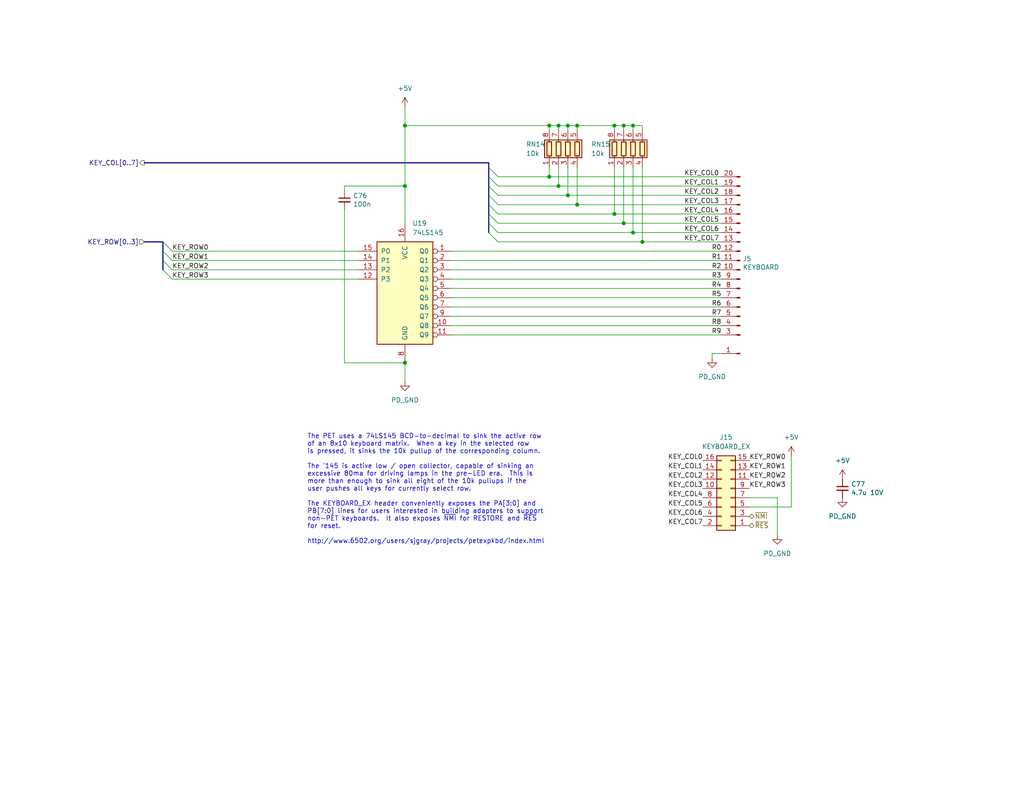
<source format=kicad_sch>
(kicad_sch (version 20211123) (generator eeschema)
  (paper "A")
  (title_block (title "EconoPET 40/8096") (date "2023-11-21") (rev "B"))
  (lib_symbols
    (symbol "74xx:74LS145" (pin_names (offset 1.016))
      (property "Reference" "U" (at -7.62 13.97 0))
      (property "Value" "74LS145" (at -7.62 -16.51 0))
      (symbol "74LS145_1_0"
        (pin open_collector inverted (at 12.7 10.16 180) (length 5.08) (name "Q0") (number "1"))
        (pin open_collector inverted (at 12.7 -10.16 180) (length 5.08) (name "Q8") (number "10"))
        (pin open_collector inverted (at 12.7 -12.7 180) (length 5.08) (name "Q9") (number "11"))
        (pin input line (at -12.7 2.54 0) (length 5.08) (name "P3") (number "12"))
        (pin input line (at -12.7 5.08 0) (length 5.08) (name "P2") (number "13"))
        (pin input line (at -12.7 7.62 0) (length 5.08) (name "P1") (number "14"))
        (pin input line (at -12.7 10.16 0) (length 5.08) (name "P0") (number "15"))
        (pin power_in line (at 0 17.78 270) (length 5.08) (name "VCC") (number "16"))
        (pin open_collector inverted (at 12.7 7.62 180) (length 5.08) (name "Q1") (number "2"))
        (pin open_collector inverted (at 12.7 5.08 180) (length 5.08) (name "Q2") (number "3"))
        (pin open_collector inverted (at 12.7 2.54 180) (length 5.08) (name "Q3") (number "4"))
        (pin open_collector inverted (at 12.7 0 180) (length 5.08) (name "Q4") (number "5"))
        (pin open_collector inverted (at 12.7 -2.54 180) (length 5.08) (name "Q5") (number "6"))
        (pin open_collector inverted (at 12.7 -5.08 180) (length 5.08) (name "Q6") (number "7"))
        (pin power_in line (at 0 -20.32 90) (length 5.08) (name "GND") (number "8"))
        (pin open_collector inverted (at 12.7 -7.62 180) (length 5.08) (name "Q7") (number "9"))
      )
      (symbol "74LS145_1_1"
        (rectangle (start -7.62 12.7) (end 7.62 -15.24) (stroke (width 0.254)) (fill (type background)))
      )
    )
    (symbol "Connector_Generic:Conn_02x08_Odd_Even" (pin_names (offset 1.016) hide)
      (property "Reference" "J" (at 1.27 10.16 0))
      (property "Value" "Conn_02x08_Odd_Even" (at 1.27 -12.7 0))
      (symbol "Conn_02x08_Odd_Even_1_1"
        (rectangle (start -1.27 -10.033) (end 0 -10.287) (stroke (width 0.1524)))
        (rectangle (start -1.27 -7.493) (end 0 -7.747) (stroke (width 0.1524)))
        (rectangle (start -1.27 -4.953) (end 0 -5.207) (stroke (width 0.1524)))
        (rectangle (start -1.27 -2.413) (end 0 -2.667) (stroke (width 0.1524)))
        (rectangle (start -1.27 0.127) (end 0 -0.127) (stroke (width 0.1524)))
        (rectangle (start -1.27 2.667) (end 0 2.413) (stroke (width 0.1524)))
        (rectangle (start -1.27 5.207) (end 0 4.953) (stroke (width 0.1524)))
        (rectangle (start -1.27 7.747) (end 0 7.493) (stroke (width 0.1524)))
        (rectangle (start -1.27 8.89) (end 3.81 -11.43) (stroke (width 0.254)) (fill (type background)))
        (rectangle (start 3.81 -10.033) (end 2.54 -10.287) (stroke (width 0.1524)))
        (rectangle (start 3.81 -7.493) (end 2.54 -7.747) (stroke (width 0.1524)))
        (rectangle (start 3.81 -4.953) (end 2.54 -5.207) (stroke (width 0.1524)))
        (rectangle (start 3.81 -2.413) (end 2.54 -2.667) (stroke (width 0.1524)))
        (rectangle (start 3.81 0.127) (end 2.54 -0.127) (stroke (width 0.1524)))
        (rectangle (start 3.81 2.667) (end 2.54 2.413) (stroke (width 0.1524)))
        (rectangle (start 3.81 5.207) (end 2.54 4.953) (stroke (width 0.1524)))
        (rectangle (start 3.81 7.747) (end 2.54 7.493) (stroke (width 0.1524)))
        (pin passive line (at -5.08 7.62 0) (length 3.81) (name "Pin_1") (number "1"))
        (pin passive line (at 7.62 -2.54 180) (length 3.81) (name "Pin_10") (number "10"))
        (pin passive line (at -5.08 -5.08 0) (length 3.81) (name "Pin_11") (number "11"))
        (pin passive line (at 7.62 -5.08 180) (length 3.81) (name "Pin_12") (number "12"))
        (pin passive line (at -5.08 -7.62 0) (length 3.81) (name "Pin_13") (number "13"))
        (pin passive line (at 7.62 -7.62 180) (length 3.81) (name "Pin_14") (number "14"))
        (pin passive line (at -5.08 -10.16 0) (length 3.81) (name "Pin_15") (number "15"))
        (pin passive line (at 7.62 -10.16 180) (length 3.81) (name "Pin_16") (number "16"))
        (pin passive line (at 7.62 7.62 180) (length 3.81) (name "Pin_2") (number "2"))
        (pin passive line (at -5.08 5.08 0) (length 3.81) (name "Pin_3") (number "3"))
        (pin passive line (at 7.62 5.08 180) (length 3.81) (name "Pin_4") (number "4"))
        (pin passive line (at -5.08 2.54 0) (length 3.81) (name "Pin_5") (number "5"))
        (pin passive line (at 7.62 2.54 180) (length 3.81) (name "Pin_6") (number "6"))
        (pin passive line (at -5.08 0 0) (length 3.81) (name "Pin_7") (number "7"))
        (pin passive line (at 7.62 0 180) (length 3.81) (name "Pin_8") (number "8"))
        (pin passive line (at -5.08 -2.54 0) (length 3.81) (name "Pin_9") (number "9"))
      )
    )
    (symbol "Device:C_Small" (pin_numbers hide) (pin_names (offset 0.254) hide)
      (property "Reference" "C" (at 0.254 1.778 0))
      (property "Value" "C_Small" (at 0.254 -2.032 0))
      (symbol "C_Small_0_1"
        (polyline (pts (xy -1.524 -0.508) (xy 1.524 -0.508)) (stroke (width 0.3302)))
        (polyline (pts (xy -1.524 0.508) (xy 1.524 0.508)) (stroke (width 0.3048)))
      )
      (symbol "C_Small_1_1"
        (pin passive line (at 0 2.54 270) (length 2.032) (name "~") (number "1"))
        (pin passive line (at 0 -2.54 90) (length 2.032) (name "~") (number "2"))
      )
    )
    (symbol "Device:R_Pack04" (pin_names (offset 0) hide)
      (property "Reference" "RN" (at -7.62 0 90))
      (property "Value" "R_Pack04" (at 5.08 0 90))
      (symbol "R_Pack04_0_1"
        (rectangle (start -6.35 -2.413) (end 3.81 2.413) (stroke (width 0.254)) (fill (type background)))
        (rectangle (start -5.715 1.905) (end -4.445 -1.905) (stroke (width 0.254)))
        (rectangle (start -3.175 1.905) (end -1.905 -1.905) (stroke (width 0.254)))
        (rectangle (start -0.635 1.905) (end 0.635 -1.905) (stroke (width 0.254)))
        (polyline (pts (xy -5.08 -2.54) (xy -5.08 -1.905)))
        (polyline (pts (xy -5.08 1.905) (xy -5.08 2.54)))
        (polyline (pts (xy -2.54 -2.54) (xy -2.54 -1.905)))
        (polyline (pts (xy -2.54 1.905) (xy -2.54 2.54)))
        (polyline (pts (xy 0 -2.54) (xy 0 -1.905)))
        (polyline (pts (xy 0 1.905) (xy 0 2.54)))
        (polyline (pts (xy 2.54 -2.54) (xy 2.54 -1.905)))
        (polyline (pts (xy 2.54 1.905) (xy 2.54 2.54)))
        (rectangle (start 1.905 1.905) (end 3.175 -1.905) (stroke (width 0.254)))
      )
      (symbol "R_Pack04_1_1"
        (pin passive line (at -5.08 -5.08 90) (length 2.54) (name "R1.1") (number "1"))
        (pin passive line (at -2.54 -5.08 90) (length 2.54) (name "R2.1") (number "2"))
        (pin passive line (at 0 -5.08 90) (length 2.54) (name "R3.1") (number "3"))
        (pin passive line (at 2.54 -5.08 90) (length 2.54) (name "R4.1") (number "4"))
        (pin passive line (at 2.54 5.08 270) (length 2.54) (name "R4.2") (number "5"))
        (pin passive line (at 0 5.08 270) (length 2.54) (name "R3.2") (number "6"))
        (pin passive line (at -2.54 5.08 270) (length 2.54) (name "R2.2") (number "7"))
        (pin passive line (at -5.08 5.08 270) (length 2.54) (name "R1.2") (number "8"))
      )
    )
    (symbol "PET:PD_GND" (power) (pin_names (offset 0))
      (property "Value" "PD_GND" (at 0 -3.81 0))
      (symbol "PD_GND_0_1"
        (polyline (pts (xy 0 0) (xy 0 -1.27) (xy 1.27 -1.27) (xy 0 -2.54) (xy -1.27 -1.27) (xy 0 -1.27)))
      )
      (symbol "PD_GND_1_1"
        (pin power_in line (at 0 0 270) (length 0) hide (name "PD_GND") (number "1"))
      )
    )
    (symbol "Retrocomputing:CBM_PET_Keyboard_Conn_Keyed_20P" (pin_names (offset 1.016) hide)
      (property "Reference" "J" (at 0 25.4 0))
      (property "Value" "CBM_PET_Keyboard_Conn_Keyed_20P" (at 0 -27.94 0))
      (symbol "CBM_PET_Keyboard_Conn_Keyed_20P_1_1"
        (polyline (pts (xy 1.27 -25.4) (xy 0.8636 -25.4)) (stroke (width 0.1524)))
        (polyline (pts (xy 1.27 -22.86) (xy 0.8636 -22.86)) (stroke (width 0.1524)))
        (polyline (pts (xy 1.27 -20.32) (xy 0.8636 -20.32)) (stroke (width 0.1524)))
        (polyline (pts (xy 1.27 -17.78) (xy 0.8636 -17.78)) (stroke (width 0.1524)))
        (polyline (pts (xy 1.27 -15.24) (xy 0.8636 -15.24)) (stroke (width 0.1524)))
        (polyline (pts (xy 1.27 -12.7) (xy 0.8636 -12.7)) (stroke (width 0.1524)))
        (polyline (pts (xy 1.27 -10.16) (xy 0.8636 -10.16)) (stroke (width 0.1524)))
        (polyline (pts (xy 1.27 -7.62) (xy 0.8636 -7.62)) (stroke (width 0.1524)))
        (polyline (pts (xy 1.27 -5.08) (xy 0.8636 -5.08)) (stroke (width 0.1524)))
        (polyline (pts (xy 1.27 -2.54) (xy 0.8636 -2.54)) (stroke (width 0.1524)))
        (polyline (pts (xy 1.27 0) (xy 0.8636 0)) (stroke (width 0.1524)))
        (polyline (pts (xy 1.27 2.54) (xy 0.8636 2.54)) (stroke (width 0.1524)))
        (polyline (pts (xy 1.27 5.08) (xy 0.8636 5.08)) (stroke (width 0.1524)))
        (polyline (pts (xy 1.27 7.62) (xy 0.8636 7.62)) (stroke (width 0.1524)))
        (polyline (pts (xy 1.27 10.16) (xy 0.8636 10.16)) (stroke (width 0.1524)))
        (polyline (pts (xy 1.27 12.7) (xy 0.8636 12.7)) (stroke (width 0.1524)))
        (polyline (pts (xy 1.27 15.24) (xy 0.8636 15.24)) (stroke (width 0.1524)))
        (polyline (pts (xy 1.27 17.78) (xy 0.8636 17.78)) (stroke (width 0.1524)))
        (polyline (pts (xy 1.27 22.86) (xy 0.8636 22.86)) (stroke (width 0.1524)))
        (rectangle (start 0.8636 -25.273) (end 0 -25.527) (stroke (width 0.1524)) (fill (type outline)))
        (rectangle (start 0.8636 -22.733) (end 0 -22.987) (stroke (width 0.1524)) (fill (type outline)))
        (rectangle (start 0.8636 -20.193) (end 0 -20.447) (stroke (width 0.1524)) (fill (type outline)))
        (rectangle (start 0.8636 -17.653) (end 0 -17.907) (stroke (width 0.1524)) (fill (type outline)))
        (rectangle (start 0.8636 -15.113) (end 0 -15.367) (stroke (width 0.1524)) (fill (type outline)))
        (rectangle (start 0.8636 -12.573) (end 0 -12.827) (stroke (width 0.1524)) (fill (type outline)))
        (rectangle (start 0.8636 -10.033) (end 0 -10.287) (stroke (width 0.1524)) (fill (type outline)))
        (rectangle (start 0.8636 -7.493) (end 0 -7.747) (stroke (width 0.1524)) (fill (type outline)))
        (rectangle (start 0.8636 -4.953) (end 0 -5.207) (stroke (width 0.1524)) (fill (type outline)))
        (rectangle (start 0.8636 -2.413) (end 0 -2.667) (stroke (width 0.1524)) (fill (type outline)))
        (rectangle (start 0.8636 0.127) (end 0 -0.127) (stroke (width 0.1524)) (fill (type outline)))
        (rectangle (start 0.8636 2.667) (end 0 2.413) (stroke (width 0.1524)) (fill (type outline)))
        (rectangle (start 0.8636 5.207) (end 0 4.953) (stroke (width 0.1524)) (fill (type outline)))
        (rectangle (start 0.8636 7.747) (end 0 7.493) (stroke (width 0.1524)) (fill (type outline)))
        (rectangle (start 0.8636 10.287) (end 0 10.033) (stroke (width 0.1524)) (fill (type outline)))
        (rectangle (start 0.8636 12.827) (end 0 12.573) (stroke (width 0.1524)) (fill (type outline)))
        (rectangle (start 0.8636 15.367) (end 0 15.113) (stroke (width 0.1524)) (fill (type outline)))
        (rectangle (start 0.8636 17.907) (end 0 17.653) (stroke (width 0.1524)) (fill (type outline)))
        (rectangle (start 0.8636 22.987) (end 0 22.733) (stroke (width 0.1524)) (fill (type outline)))
        (pin passive line (at 5.08 22.86 180) (length 3.81) (name "Pin_1") (number "1"))
        (pin passive line (at 5.08 0 180) (length 3.81) (name "Pin_10") (number "10"))
        (pin passive line (at 5.08 -2.54 180) (length 3.81) (name "Pin_11") (number "11"))
        (pin passive line (at 5.08 -5.08 180) (length 3.81) (name "Pin_12") (number "12"))
        (pin passive line (at 5.08 -7.62 180) (length 3.81) (name "Pin_13") (number "13"))
        (pin passive line (at 5.08 -10.16 180) (length 3.81) (name "Pin_14") (number "14"))
        (pin passive line (at 5.08 -12.7 180) (length 3.81) (name "Pin_15") (number "15"))
        (pin passive line (at 5.08 -15.24 180) (length 3.81) (name "Pin_16") (number "16"))
        (pin passive line (at 5.08 -17.78 180) (length 3.81) (name "Pin_17") (number "17"))
        (pin passive line (at 5.08 -20.32 180) (length 3.81) (name "Pin_18") (number "18"))
        (pin passive line (at 5.08 -22.86 180) (length 3.81) (name "Pin_19") (number "19"))
        (pin passive line (at 5.08 -25.4 180) (length 3.81) (name "Pin_20") (number "20"))
        (pin passive line (at 5.08 17.78 180) (length 3.81) (name "Pin_3") (number "3"))
        (pin passive line (at 5.08 15.24 180) (length 3.81) (name "Pin_4") (number "4"))
        (pin passive line (at 5.08 12.7 180) (length 3.81) (name "Pin_5") (number "5"))
        (pin passive line (at 5.08 10.16 180) (length 3.81) (name "Pin_6") (number "6"))
        (pin passive line (at 5.08 7.62 180) (length 3.81) (name "Pin_7") (number "7"))
        (pin passive line (at 5.08 5.08 180) (length 3.81) (name "Pin_8") (number "8"))
        (pin passive line (at 5.08 2.54 180) (length 3.81) (name "Pin_9") (number "9"))
      )
    )
    (symbol "power:+5V" (power) (pin_names (offset 0))
      (property "Value" "+5V" (at 0 3.556 0))
      (symbol "+5V_0_1"
        (polyline (pts (xy -0.762 1.27) (xy 0 2.54)))
        (polyline (pts (xy 0 0) (xy 0 2.54)))
        (polyline (pts (xy 0 2.54) (xy 0.762 1.27)))
      )
      (symbol "+5V_1_1"
        (pin power_in line (at 0 0 90) (length 0) hide (name "+5V") (number "1"))
      )
    )
  )
  (junction (at 157.48 34.29))
  (junction (at 149.86 34.29))
  (junction (at 110.49 99.06))
  (junction (at 110.49 50.8))
  (junction (at 167.64 34.29))
  (junction (at 152.4 34.29))
  (junction (at 172.72 34.29))
  (junction (at 110.49 34.29))
  (junction (at 170.18 60.96))
  (junction (at 154.94 34.29))
  (junction (at 175.26 66.04))
  (junction (at 157.48 55.88))
  (junction (at 154.94 53.34))
  (junction (at 152.4 50.8))
  (junction (at 149.86 48.26))
  (junction (at 167.64 58.42))
  (junction (at 170.18 34.29))
  (junction (at 172.72 63.5))
  (bus_entry (at 133.35 55.88) (size 2.54 2.54))
  (bus_entry (at 133.35 63.5) (size 2.54 2.54))
  (bus_entry (at 133.35 48.26) (size 2.54 2.54))
  (bus_entry (at 133.35 60.96) (size 2.54 2.54))
  (bus_entry (at 44.45 71.12) (size 2.54 2.54))
  (bus_entry (at 44.45 73.66) (size 2.54 2.54))
  (bus_entry (at 133.35 58.42) (size 2.54 2.54))
  (bus_entry (at 133.35 53.34) (size 2.54 2.54))
  (bus_entry (at 44.45 68.58) (size 2.54 2.54))
  (bus_entry (at 44.45 66.04) (size 2.54 2.54))
  (bus_entry (at 133.35 50.8) (size 2.54 2.54))
  (bus_entry (at 133.35 45.72) (size 2.54 2.54))
  (wire (pts (xy 46.99 71.12) (xy 97.79 71.12)))
  (bus (pts (xy 133.35 58.42) (xy 133.35 60.96)))
  (wire (pts (xy 167.64 34.29) (xy 170.18 34.29)))
  (wire (pts (xy 204.47 135.89) (xy 212.09 135.89)))
  (wire (pts (xy 196.85 96.52) (xy 194.31 96.52)))
  (wire (pts (xy 135.89 58.42) (xy 167.64 58.42)))
  (wire (pts (xy 154.94 34.29) (xy 157.48 34.29)))
  (wire (pts (xy 93.98 50.8) (xy 110.49 50.8)))
  (wire (pts (xy 152.4 34.29) (xy 152.4 35.56)))
  (wire (pts (xy 46.99 76.2) (xy 97.79 76.2)))
  (bus (pts (xy 133.35 60.96) (xy 133.35 63.5)))
  (bus (pts (xy 44.45 71.12) (xy 44.45 73.66)))
  (bus (pts (xy 44.45 66.04) (xy 44.45 68.58)))
  (wire (pts (xy 152.4 45.72) (xy 152.4 50.8)))
  (wire (pts (xy 152.4 34.29) (xy 154.94 34.29)))
  (wire (pts (xy 194.31 96.52) (xy 194.31 97.79)))
  (bus (pts (xy 39.37 44.45) (xy 133.35 44.45)))
  (wire (pts (xy 154.94 45.72) (xy 154.94 53.34)))
  (wire (pts (xy 152.4 50.8) (xy 196.85 50.8)))
  (wire (pts (xy 175.26 34.29) (xy 175.26 35.56)))
  (wire (pts (xy 172.72 34.29) (xy 175.26 34.29)))
  (wire (pts (xy 110.49 29.21) (xy 110.49 34.29)))
  (wire (pts (xy 110.49 34.29) (xy 149.86 34.29)))
  (wire (pts (xy 123.19 68.58) (xy 196.85 68.58)))
  (wire (pts (xy 172.72 45.72) (xy 172.72 63.5)))
  (wire (pts (xy 123.19 88.9) (xy 196.85 88.9)))
  (bus (pts (xy 133.35 53.34) (xy 133.35 55.88)))
  (wire (pts (xy 175.26 45.72) (xy 175.26 66.04)))
  (wire (pts (xy 46.99 73.66) (xy 97.79 73.66)))
  (wire (pts (xy 135.89 60.96) (xy 170.18 60.96)))
  (wire (pts (xy 135.89 63.5) (xy 172.72 63.5)))
  (wire (pts (xy 167.64 58.42) (xy 196.85 58.42)))
  (wire (pts (xy 154.94 34.29) (xy 154.94 35.56)))
  (wire (pts (xy 170.18 45.72) (xy 170.18 60.96)))
  (wire (pts (xy 172.72 34.29) (xy 172.72 35.56)))
  (wire (pts (xy 215.9 124.46) (xy 215.9 138.43)))
  (wire (pts (xy 170.18 60.96) (xy 196.85 60.96)))
  (wire (pts (xy 123.19 76.2) (xy 196.85 76.2)))
  (wire (pts (xy 123.19 78.74) (xy 196.85 78.74)))
  (wire (pts (xy 154.94 53.34) (xy 196.85 53.34)))
  (wire (pts (xy 149.86 45.72) (xy 149.86 48.26)))
  (wire (pts (xy 135.89 53.34) (xy 154.94 53.34)))
  (wire (pts (xy 123.19 83.82) (xy 196.85 83.82)))
  (wire (pts (xy 135.89 48.26) (xy 149.86 48.26)))
  (wire (pts (xy 172.72 63.5) (xy 196.85 63.5)))
  (bus (pts (xy 133.35 48.26) (xy 133.35 50.8)))
  (wire (pts (xy 149.86 34.29) (xy 152.4 34.29)))
  (bus (pts (xy 44.45 66.04) (xy 39.37 66.04)))
  (wire (pts (xy 46.99 68.58) (xy 97.79 68.58)))
  (wire (pts (xy 157.48 34.29) (xy 157.48 35.56)))
  (wire (pts (xy 135.89 66.04) (xy 175.26 66.04)))
  (wire (pts (xy 212.09 135.89) (xy 212.09 146.05)))
  (wire (pts (xy 170.18 34.29) (xy 172.72 34.29)))
  (wire (pts (xy 110.49 50.8) (xy 110.49 60.96)))
  (wire (pts (xy 93.98 99.06) (xy 110.49 99.06)))
  (wire (pts (xy 123.19 73.66) (xy 196.85 73.66)))
  (wire (pts (xy 204.47 138.43) (xy 215.9 138.43)))
  (wire (pts (xy 167.64 45.72) (xy 167.64 58.42)))
  (wire (pts (xy 175.26 66.04) (xy 196.85 66.04)))
  (wire (pts (xy 157.48 55.88) (xy 196.85 55.88)))
  (wire (pts (xy 123.19 91.44) (xy 196.85 91.44)))
  (wire (pts (xy 157.48 45.72) (xy 157.48 55.88)))
  (wire (pts (xy 123.19 81.28) (xy 196.85 81.28)))
  (wire (pts (xy 93.98 52.07) (xy 93.98 50.8)))
  (wire (pts (xy 149.86 48.26) (xy 196.85 48.26)))
  (wire (pts (xy 110.49 99.06) (xy 110.49 104.14)))
  (wire (pts (xy 123.19 71.12) (xy 196.85 71.12)))
  (wire (pts (xy 167.64 34.29) (xy 167.64 35.56)))
  (wire (pts (xy 149.86 35.56) (xy 149.86 34.29)))
  (bus (pts (xy 133.35 44.45) (xy 133.35 45.72)))
  (wire (pts (xy 157.48 34.29) (xy 167.64 34.29)))
  (bus (pts (xy 44.45 68.58) (xy 44.45 71.12)))
  (bus (pts (xy 133.35 45.72) (xy 133.35 48.26)))
  (wire (pts (xy 110.49 34.29) (xy 110.49 50.8)))
  (wire (pts (xy 135.89 50.8) (xy 152.4 50.8)))
  (wire (pts (xy 123.19 86.36) (xy 196.85 86.36)))
  (bus (pts (xy 133.35 55.88) (xy 133.35 58.42)))
  (wire (pts (xy 93.98 57.15) (xy 93.98 99.06)))
  (wire (pts (xy 135.89 55.88) (xy 157.48 55.88)))
  (bus (pts (xy 133.35 50.8) (xy 133.35 53.34)))
  (wire (pts (xy 170.18 34.29) (xy 170.18 35.56)))
  (text "The PET uses a 74LS145 BCD-to-decimal to sink the active row\nof an 8x10 keyboard matrix.  When a key in the selected row\nis pressed, it sinks the 10k pullup of the corresponding column.\n\nThe '145 is active low / open collector, capable of sinking an\nexcessive 80ma for driving lamps in the pre-LED era.  This is\nmore than enough to sink all eight of the 10k pullups if the\nuser pushes all keys for currently select row.\n\nThe KEYBOARD_EX header conveniently exposes the PA[3:0] and\nPB[7:0] lines for users interested in building adapters to support\nnon-PET keyboards.  It also exposes ~{NMI} for RESTORE and ~{RES}\nfor reset.\n\nhttp://www.6502.org/users/sjgray/projects/petexpkbd/index.html\n" (at 83.82 148.59 0) (effects (font (size 1.27 1.27)) (justify left bottom)))
  (label "KEY_COL6" (at 186.69 63.5 0))
  (label "KEY_COL1" (at 191.77 128.27 180))
  (label "KEY_ROW0" (at 46.99 68.58 0))
  (label "R5" (at 196.85 81.28 180))
  (label "KEY_COL2" (at 191.77 130.81 180))
  (label "KEY_COL5" (at 186.69 60.96 0))
  (label "KEY_COL7" (at 186.69 66.04 0))
  (label "KEY_ROW0" (at 204.47 125.73 0))
  (label "R3" (at 196.85 76.2 180))
  (label "KEY_ROW2" (at 46.99 73.66 0))
  (label "R9" (at 196.85 91.44 180))
  (label "KEY_COL1" (at 186.69 50.8 0))
  (label "R2" (at 196.85 73.66 180))
  (label "R6" (at 196.85 83.82 180))
  (label "KEY_COL2" (at 186.69 53.34 0))
  (label "KEY_COL4" (at 191.77 135.89 180))
  (label "R7" (at 196.85 86.36 180))
  (label "R0" (at 196.85 68.58 180))
  (label "KEY_COL5" (at 191.77 138.43 180))
  (label "KEY_COL6" (at 191.77 140.97 180))
  (label "KEY_ROW3" (at 204.47 133.35 0))
  (label "KEY_COL3" (at 191.77 133.35 180))
  (label "KEY_COL3" (at 186.69 55.88 0))
  (label "KEY_COL4" (at 186.69 58.42 0))
  (label "R4" (at 196.85 78.74 180))
  (label "KEY_COL0" (at 186.69 48.26 0))
  (label "KEY_COL7" (at 191.77 143.51 180))
  (label "KEY_ROW1" (at 204.47 128.27 0))
  (label "KEY_ROW3" (at 46.99 76.2 0))
  (label "KEY_COL0" (at 191.77 125.73 180))
  (label "R8" (at 196.85 88.9 180))
  (label "R1" (at 196.85 71.12 180))
  (label "KEY_ROW1" (at 46.99 71.12 0))
  (label "KEY_ROW2" (at 204.47 130.81 0))
  (hierarchical_label "~{RES}" (shape bidirectional) (at 204.47 143.51 0))
  (hierarchical_label "KEY_COL[0..7]" (shape output) (at 39.37 44.45 180))
  (hierarchical_label "KEY_ROW[0..3]" (shape input) (at 39.37 66.04 180))
  (hierarchical_label "~{NMI}" (shape bidirectional) (at 204.47 140.97 0))
  (symbol (lib_id "Retrocomputing:CBM_PET_Keyboard_Conn_Keyed_20P") (at 201.93 73.66 180) (unit 1)
    (property "Reference" "J5" (at 202.6412 70.6628 0) (effects (justify right)))
    (property "Value" "KEYBOARD" (at 202.6412 72.9742 0) (effects (justify right)))
    (property "Footprint" "Retrocomputing:CBM_PET_KEYBOARD_KEYED_20P" (effects hide))
    (property "MOUSER" "649-1012937893603BLF" (effects hide))
  )
  (symbol (lib_id "Device:C_Small") (at 93.98 54.61 0) (unit 1)
    (property "Reference" "C76" (at 96.3168 53.4416 0) (effects (justify left)))
    (property "Value" "100n" (at 96.3168 55.753 0) (effects (justify left)))
    (property "Footprint" "Capacitor_SMD:C_0402_1005Metric" (effects hide))
    (property "Datasheet" "https://datasheet.lcsc.com/lcsc/2304140030_Samsung-Electro-Mechanics-CL05B104KB54PNC_C307331.pdf" (effects hide))
    (property "LCSC" "C307331" (effects hide))
  )
  (symbol (lib_id "power:+5V") (at 215.9 124.46 0) (unit 1)
    (property "Reference" "#PWR0180" (effects hide))
    (property "Value" "+5V" (at 215.9 119.38 0))
  )
  (symbol (lib_id "PET:PD_GND") (at 110.49 104.14 0) (unit 1)
    (property "Reference" "#PWR0136" (effects hide))
    (property "Value" "PD_GND" (at 110.49 109.22 0))
  )
  (symbol (lib_id "74xx:74LS145") (at 110.49 78.74 0) (unit 1)
    (property "Reference" "U19" (at 112.5094 60.96 0) (effects (justify left)))
    (property "Value" "74LS145" (at 112.5094 63.5 0) (effects (justify left)))
    (property "Footprint" "Package_SO:SOIC-16_3.9x9.9mm_P1.27mm" (effects hide))
    (property "Datasheet" "https://datasheet.lcsc.com/lcsc/1809051911_Texas-Instruments-SN74LS145DR_C60829.pdf" (effects hide))
    (property "LCSC" "C60829" (effects hide))
  )
  (symbol (lib_id "Connector_Generic:Conn_02x08_Odd_Even") (at 199.39 135.89 180) (unit 1)
    (property "Reference" "J15" (at 198.12 119.38 0))
    (property "Value" "KEYBOARD_EX" (at 198.12 121.92 0))
    (property "Footprint" "Connector_PinHeader_2.54mm:PinHeader_2x08_P2.54mm_Vertical" (effects hide))
    (property "MOUSER" "649-1012938195002BLF" (effects hide))
  )
  (symbol (lib_id "power:+5V") (at 229.87 130.81 0) (unit 1)
    (property "Reference" "#PWR0138" (effects hide))
    (property "Value" "+5V" (at 229.87 125.73 0))
  )
  (symbol (lib_id "PET:PD_GND") (at 194.31 97.79 0) (unit 1)
    (property "Reference" "#PWR0137" (effects hide))
    (property "Value" "PD_GND" (at 194.31 102.87 0))
  )
  (symbol (lib_id "Device:C_Small") (at 229.87 133.35 0) (unit 1)
    (property "Reference" "C77" (at 232.2068 132.1816 0) (effects (justify left)))
    (property "Value" "4.7u 10V" (at 232.2068 134.493 0) (effects (justify left)))
    (property "Footprint" "Capacitor_SMD:C_0402_1005Metric" (effects hide))
    (property "Datasheet" "https://datasheet.lcsc.com/lcsc/2304140030_Samsung-Electro-Mechanics-CL05A475MP5NRNC_C23733.pdf" (effects hide))
    (property "LCSC" "C23733" (effects hide))
  )
  (symbol (lib_id "PET:PD_GND") (at 212.09 146.05 0) (unit 1)
    (property "Reference" "#PWR0179" (effects hide))
    (property "Value" "PD_GND" (at 212.09 151.13 0))
  )
  (symbol (lib_id "power:+5V") (at 110.49 29.21 0) (unit 1)
    (property "Reference" "#PWR0135" (effects hide))
    (property "Value" "+5V" (at 110.49 24.13 0))
  )
  (symbol (lib_id "PET:PD_GND") (at 229.87 135.89 0) (unit 1)
    (property "Reference" "#PWR0139" (effects hide))
    (property "Value" "PD_GND" (at 229.87 140.97 0))
  )
  (symbol (lib_id "Device:R_Pack04") (at 154.94 40.64 0) (unit 1)
    (property "Reference" "RN14" (at 143.51 39.37 0) (effects (justify left)))
    (property "Value" "10k" (at 143.51 41.91 0) (effects (justify left)))
    (property "Footprint" "Resistor_SMD:R_Array_Convex_4x0603" (effects hide))
    (property "Datasheet" "https://datasheet.lcsc.com/lcsc/2304140030_UNI-ROYAL-Uniroyal-Elec-4D03WGJ0103T5E_C29718.pdf" (effects hide))
    (property "LCSC" "C29718" (effects hide))
  )
  (symbol (lib_id "Device:R_Pack04") (at 172.72 40.64 0) (unit 1)
    (property "Reference" "RN15" (at 161.29 39.37 0) (effects (justify left)))
    (property "Value" "10k" (at 161.29 41.91 0) (effects (justify left)))
    (property "Footprint" "Resistor_SMD:R_Array_Convex_4x0603" (effects hide))
    (property "Datasheet" "https://datasheet.lcsc.com/lcsc/2304140030_UNI-ROYAL-Uniroyal-Elec-4D03WGJ0103T5E_C29718.pdf" (effects hide))
    (property "LCSC" "C29718" (effects hide))
  )
)
</source>
